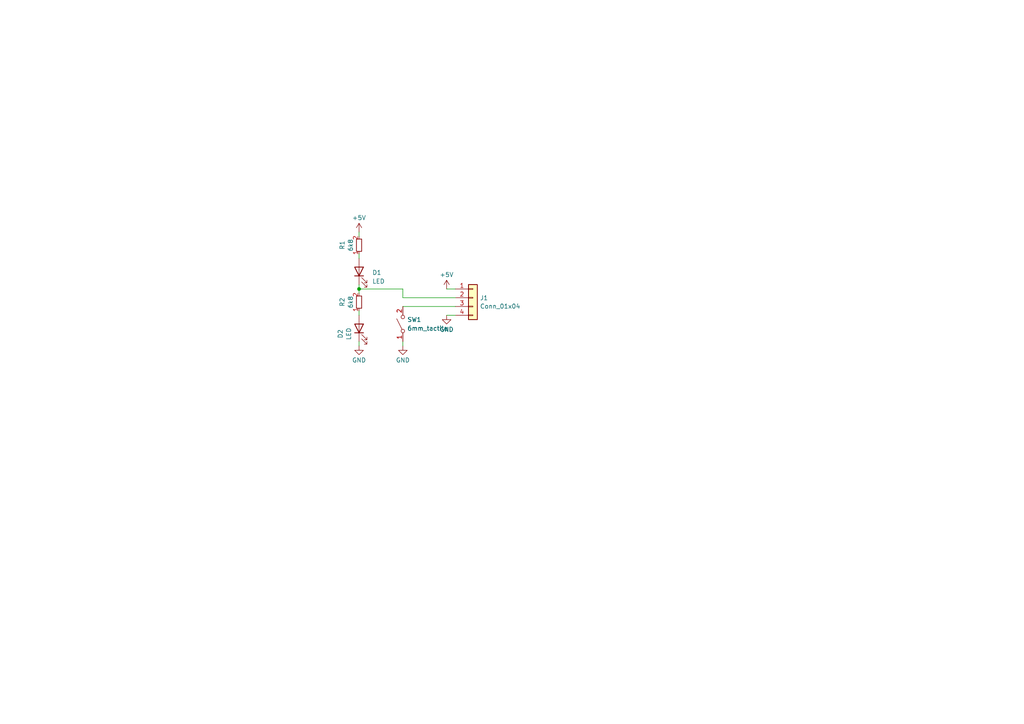
<source format=kicad_sch>
(kicad_sch (version 20231120) (generator "eeschema") (generator_version "8.0")
  (paper "A4")
  (lib_symbols
    (symbol "Connector_Generic:Conn_01x04" (pin_names (offset 1.016) hide)
      (property "Reference" "J" (at 0 5.08 0))
      (property "Value" "Conn_01x04" (at 0 -7.62 0))
      (symbol "Conn_01x04_1_1"
        (rectangle (start -1.27 -4.953) (end 0 -5.207) (stroke (width 0.1524)))
        (rectangle (start -1.27 -2.413) (end 0 -2.667) (stroke (width 0.1524)))
        (rectangle (start -1.27 0.127) (end 0 -0.127) (stroke (width 0.1524)))
        (rectangle (start -1.27 2.667) (end 0 2.413) (stroke (width 0.1524)))
        (rectangle (start -1.27 3.81) (end 1.27 -6.35) (stroke (width 0.254)) (fill (type background)))
        (pin passive line (at -5.08 2.54 0) (length 3.81) (name "Pin_1") (number "1"))
        (pin passive line (at -5.08 0 0) (length 3.81) (name "Pin_2") (number "2"))
        (pin passive line (at -5.08 -2.54 0) (length 3.81) (name "Pin_3") (number "3"))
        (pin passive line (at -5.08 -5.08 0) (length 3.81) (name "Pin_4") (number "4"))
      )
    )
    (symbol "custom_kicad_lib_sk:6mm_tactile" (pin_names (offset 0) hide)
      (property "Reference" "SW" (at 0 3.175 0))
      (property "Value" "6mm_tactile" (at 0 -2.54 0))
      (symbol "6mm_tactile_0_0"
        (circle (center -2.032 0) (radius 0.508))
        (polyline (pts (xy -1.524 0.254) (xy 1.524 1.778)))
        (circle (center 2.032 0) (radius 0.508))
      )
      (symbol "6mm_tactile_1_1"
        (pin passive line (at -5.08 0 0) (length 2.54) (name "A") (number "1"))
        (pin passive line (at 5.08 0 180) (length 2.54) (name "B") (number "2"))
      )
    )
    (symbol "custom_kicad_lib_sk:LED" (pin_numbers hide) (pin_names (offset 1.016) hide)
      (property "Reference" "D" (at 0 2.54 0))
      (property "Value" "LED" (at 0 -2.54 0))
      (property "JLCPCB Part#" "C2296" (at 0 0 0))
      (symbol "LED_0_1"
        (polyline (pts (xy -1.27 -1.27) (xy -1.27 1.27)) (stroke (width 0.254)))
        (polyline (pts (xy -1.27 0) (xy 1.27 0)))
        (polyline (pts (xy 1.27 -1.27) (xy 1.27 1.27) (xy -1.27 0) (xy 1.27 -1.27)) (stroke (width 0.254)))
        (polyline (pts (xy -3.048 -0.762) (xy -4.572 -2.286) (xy -3.81 -2.286) (xy -4.572 -2.286) (xy -4.572 -1.524)))
        (polyline (pts (xy -1.778 -0.762) (xy -3.302 -2.286) (xy -2.54 -2.286) (xy -3.302 -2.286) (xy -3.302 -1.524)))
      )
      (symbol "LED_1_1"
        (pin passive line (at -3.81 0 0) (length 2.54) (name "K") (number "1"))
        (pin passive line (at 3.81 0 180) (length 2.54) (name "A") (number "2"))
      )
    )
    (symbol "power:+5V" (power) (pin_names (offset 0))
      (property "Value" "+5V" (at 0 3.556 0))
      (symbol "+5V_0_1"
        (polyline (pts (xy -0.762 1.27) (xy 0 2.54)))
        (polyline (pts (xy 0 0) (xy 0 2.54)))
        (polyline (pts (xy 0 2.54) (xy 0.762 1.27)))
      )
      (symbol "+5V_1_1"
        (pin power_in line (at 0 0 90) (length 0) hide (name "+5V") (number "1"))
      )
    )
    (symbol "power:GND" (power) (pin_names (offset 0))
      (property "Value" "GND" (at 0 -3.81 0))
      (symbol "GND_0_1"
        (polyline (pts (xy 0 0) (xy 0 -1.27) (xy 1.27 -1.27) (xy 0 -2.54) (xy -1.27 -1.27) (xy 0 -1.27)))
      )
      (symbol "GND_1_1"
        (pin power_in line (at 0 0 270) (length 0) hide (name "GND") (number "1"))
      )
    )
    (symbol "resistors_0603:R_6k8_0603"
      (property "Reference" "R" (at 1.27 2.54 0))
      (property "Value" "6k8" (at 2.54 -2.54 0))
      (symbol "R_6k8_0603_0_1"
        (rectangle (start -0.762 1.778) (end 0.762 -1.778) (stroke (width 0.2032)))
      )
      (symbol "R_6k8_0603_1_1"
        (pin passive line (at 0 2.54 270) (length 0.762) (name "~") (number "1"))
        (pin passive line (at 0 -2.54 90) (length 0.762) (name "~") (number "2"))
      )
    )
  )
  (junction (at 104.14 83.82))
  (wire (pts (xy 104.14 99.06) (xy 104.14 100.33)))
  (wire (pts (xy 116.84 83.82) (xy 116.84 86.36)))
  (wire (pts (xy 116.84 86.36) (xy 132.08 86.36)))
  (wire (pts (xy 104.14 67.31) (xy 104.14 68.58)))
  (wire (pts (xy 129.54 83.82) (xy 132.08 83.82)))
  (wire (pts (xy 104.14 83.82) (xy 116.84 83.82)))
  (wire (pts (xy 104.14 90.17) (xy 104.14 91.44)))
  (wire (pts (xy 104.14 82.55) (xy 104.14 83.82)))
  (wire (pts (xy 104.14 83.82) (xy 104.14 85.09)))
  (wire (pts (xy 129.54 91.44) (xy 132.08 91.44)))
  (wire (pts (xy 116.84 88.9) (xy 132.08 88.9)))
  (wire (pts (xy 104.14 73.66) (xy 104.14 74.93)))
  (wire (pts (xy 116.84 99.06) (xy 116.84 100.33)))
  (symbol (lib_id "resistors_0603:R_6k8_0603") (at 104.14 87.63 180) (unit 1)
    (property "Reference" "R2" (at 99.2591 87.63 90))
    (property "Value" "6k8" (at 101.6833 87.63 90))
    (property "Footprint" "custom_kicad_lib_sk:R_0603_smalltext" (effects (hide yes)))
    (property "JLCPCB Part#" "C23212" (effects (hide yes)))
  )
  (symbol (lib_id "power:+5V") (at 104.14 67.31 0) (unit 1)
    (property "Reference" "#PWR01" (effects (hide yes)))
    (property "Value" "+5V" (at 104.14 63.1769 0))
  )
  (symbol (lib_id "custom_kicad_lib_sk:LED") (at 104.14 95.25 90) (unit 1)
    (property "Reference" "D2" (at 98.7257 96.8375 0))
    (property "Value" "LED" (at 101.1499 96.8375 0))
    (property "Footprint" "custom_kicad_lib_sk:LED_D3.0mm" (effects (hide yes)))
    (property "JLCPCB Part#" "C779430" (effects (hide yes)))
  )
  (symbol (lib_id "power:GND") (at 104.14 100.33 0) (unit 1)
    (property "Reference" "#PWR02" (effects (hide yes)))
    (property "Value" "GND" (at 104.14 104.4631 0))
  )
  (symbol (lib_id "power:GND") (at 116.84 100.33 0) (unit 1)
    (property "Reference" "#PWR03" (effects (hide yes)))
    (property "Value" "GND" (at 116.84 104.4631 0))
  )
  (symbol (lib_id "Connector_Generic:Conn_01x04") (at 137.16 86.36 0) (unit 1)
    (property "Reference" "J1" (at 139.192 86.4179 0) (effects (justify left)))
    (property "Value" "Conn_01x04" (at 139.192 88.8421 0) (effects (justify left)))
    (property "Footprint" "Connector_JST:JST_SH_SM04B-SRSS-TB_1x04-1MP_P1.00mm_Horizontal" (effects (hide yes)))
    (property "JLCPCB Part#" "C265102" (effects (hide yes)))
  )
  (symbol (lib_id "power:+5V") (at 129.54 83.82 0) (unit 1)
    (property "Reference" "#PWR04" (effects (hide yes)))
    (property "Value" "+5V" (at 129.54 79.6869 0))
  )
  (symbol (lib_id "power:GND") (at 129.54 91.44 0) (unit 1)
    (property "Reference" "#PWR05" (effects (hide yes)))
    (property "Value" "GND" (at 129.54 95.5731 0))
  )
  (symbol (lib_id "custom_kicad_lib_sk:6mm_tactile") (at 116.84 93.98 90) (unit 1)
    (property "Reference" "SW1" (at 118.11 92.7099 90) (effects (justify right)))
    (property "Value" "6mm_tactile" (at 118.11 95.2499 90) (effects (justify right)))
    (property "Footprint" "custom_kicad_lib_sk:tactile_SMD_6mm" (effects (hide yes)))
    (property "Description" "Single Pole Single Throw (SPST) switch" (effects (hide yes)))
    (property "JLCPCB Part#" "C589249" (effects (hide yes)))
  )
  (symbol (lib_id "custom_kicad_lib_sk:LED") (at 104.14 78.74 90) (unit 1)
    (property "Reference" "D1" (at 107.95 79.0574 90) (effects (justify right)))
    (property "Value" "LED" (at 107.95 81.5974 90) (effects (justify right)))
    (property "Footprint" "custom_kicad_lib_sk:LED_D3.0mm" (effects (hide yes)))
    (property "JLCPCB Part#" "C779430" (effects (hide yes)))
  )
  (symbol (lib_id "resistors_0603:R_6k8_0603") (at 104.14 71.12 180) (unit 1)
    (property "Reference" "R1" (at 99.2591 71.12 90))
    (property "Value" "6k8" (at 101.6833 71.12 90))
    (property "Footprint" "custom_kicad_lib_sk:R_0603_smalltext" (effects (hide yes)))
    (property "JLCPCB Part#" "C23212" (effects (hide yes)))
  )
)
</source>
